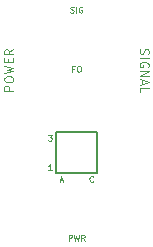
<source format=gbr>
%TF.GenerationSoftware,KiCad,Pcbnew,8.0.9-1.fc41*%
%TF.CreationDate,2025-03-19T11:39:36+02:00*%
%TF.ProjectId,Onsemi-3mm-TH-Con,4f6e7365-6d69-42d3-936d-6d2d54482d43,rev?*%
%TF.SameCoordinates,Original*%
%TF.FileFunction,Legend,Top*%
%TF.FilePolarity,Positive*%
%FSLAX46Y46*%
G04 Gerber Fmt 4.6, Leading zero omitted, Abs format (unit mm)*
G04 Created by KiCad (PCBNEW 8.0.9-1.fc41) date 2025-03-19 11:39:36*
%MOMM*%
%LPD*%
G01*
G04 APERTURE LIST*
%ADD10C,0.100000*%
%ADD11C,0.152400*%
G04 APERTURE END LIST*
D10*
X144641764Y-94732142D02*
X143891764Y-94732142D01*
X143891764Y-94732142D02*
X143891764Y-94446428D01*
X143891764Y-94446428D02*
X143927478Y-94374999D01*
X143927478Y-94374999D02*
X143963192Y-94339285D01*
X143963192Y-94339285D02*
X144034621Y-94303571D01*
X144034621Y-94303571D02*
X144141764Y-94303571D01*
X144141764Y-94303571D02*
X144213192Y-94339285D01*
X144213192Y-94339285D02*
X144248907Y-94374999D01*
X144248907Y-94374999D02*
X144284621Y-94446428D01*
X144284621Y-94446428D02*
X144284621Y-94732142D01*
X143891764Y-93839285D02*
X143891764Y-93696428D01*
X143891764Y-93696428D02*
X143927478Y-93624999D01*
X143927478Y-93624999D02*
X143998907Y-93553571D01*
X143998907Y-93553571D02*
X144141764Y-93517856D01*
X144141764Y-93517856D02*
X144391764Y-93517856D01*
X144391764Y-93517856D02*
X144534621Y-93553571D01*
X144534621Y-93553571D02*
X144606050Y-93624999D01*
X144606050Y-93624999D02*
X144641764Y-93696428D01*
X144641764Y-93696428D02*
X144641764Y-93839285D01*
X144641764Y-93839285D02*
X144606050Y-93910714D01*
X144606050Y-93910714D02*
X144534621Y-93982142D01*
X144534621Y-93982142D02*
X144391764Y-94017856D01*
X144391764Y-94017856D02*
X144141764Y-94017856D01*
X144141764Y-94017856D02*
X143998907Y-93982142D01*
X143998907Y-93982142D02*
X143927478Y-93910714D01*
X143927478Y-93910714D02*
X143891764Y-93839285D01*
X143891764Y-93267857D02*
X144641764Y-93089285D01*
X144641764Y-93089285D02*
X144106050Y-92946428D01*
X144106050Y-92946428D02*
X144641764Y-92803571D01*
X144641764Y-92803571D02*
X143891764Y-92625000D01*
X144248907Y-92339285D02*
X144248907Y-92089285D01*
X144641764Y-91982142D02*
X144641764Y-92339285D01*
X144641764Y-92339285D02*
X143891764Y-92339285D01*
X143891764Y-92339285D02*
X143891764Y-91982142D01*
X144641764Y-91232143D02*
X144284621Y-91482143D01*
X144641764Y-91660714D02*
X143891764Y-91660714D01*
X143891764Y-91660714D02*
X143891764Y-91375000D01*
X143891764Y-91375000D02*
X143927478Y-91303571D01*
X143927478Y-91303571D02*
X143963192Y-91267857D01*
X143963192Y-91267857D02*
X144034621Y-91232143D01*
X144034621Y-91232143D02*
X144141764Y-91232143D01*
X144141764Y-91232143D02*
X144213192Y-91267857D01*
X144213192Y-91267857D02*
X144248907Y-91303571D01*
X144248907Y-91303571D02*
X144284621Y-91375000D01*
X144284621Y-91375000D02*
X144284621Y-91660714D01*
X155393950Y-91214286D02*
X155358235Y-91321429D01*
X155358235Y-91321429D02*
X155358235Y-91500000D01*
X155358235Y-91500000D02*
X155393950Y-91571429D01*
X155393950Y-91571429D02*
X155429664Y-91607143D01*
X155429664Y-91607143D02*
X155501092Y-91642857D01*
X155501092Y-91642857D02*
X155572521Y-91642857D01*
X155572521Y-91642857D02*
X155643950Y-91607143D01*
X155643950Y-91607143D02*
X155679664Y-91571429D01*
X155679664Y-91571429D02*
X155715378Y-91500000D01*
X155715378Y-91500000D02*
X155751092Y-91357143D01*
X155751092Y-91357143D02*
X155786807Y-91285714D01*
X155786807Y-91285714D02*
X155822521Y-91250000D01*
X155822521Y-91250000D02*
X155893950Y-91214286D01*
X155893950Y-91214286D02*
X155965378Y-91214286D01*
X155965378Y-91214286D02*
X156036807Y-91250000D01*
X156036807Y-91250000D02*
X156072521Y-91285714D01*
X156072521Y-91285714D02*
X156108235Y-91357143D01*
X156108235Y-91357143D02*
X156108235Y-91535714D01*
X156108235Y-91535714D02*
X156072521Y-91642857D01*
X155358235Y-91964286D02*
X156108235Y-91964286D01*
X156072521Y-92714286D02*
X156108235Y-92642858D01*
X156108235Y-92642858D02*
X156108235Y-92535715D01*
X156108235Y-92535715D02*
X156072521Y-92428572D01*
X156072521Y-92428572D02*
X156001092Y-92357143D01*
X156001092Y-92357143D02*
X155929664Y-92321429D01*
X155929664Y-92321429D02*
X155786807Y-92285715D01*
X155786807Y-92285715D02*
X155679664Y-92285715D01*
X155679664Y-92285715D02*
X155536807Y-92321429D01*
X155536807Y-92321429D02*
X155465378Y-92357143D01*
X155465378Y-92357143D02*
X155393950Y-92428572D01*
X155393950Y-92428572D02*
X155358235Y-92535715D01*
X155358235Y-92535715D02*
X155358235Y-92607143D01*
X155358235Y-92607143D02*
X155393950Y-92714286D01*
X155393950Y-92714286D02*
X155429664Y-92750000D01*
X155429664Y-92750000D02*
X155679664Y-92750000D01*
X155679664Y-92750000D02*
X155679664Y-92607143D01*
X155358235Y-93071429D02*
X156108235Y-93071429D01*
X156108235Y-93071429D02*
X155358235Y-93500000D01*
X155358235Y-93500000D02*
X156108235Y-93500000D01*
X155572521Y-93821429D02*
X155572521Y-94178572D01*
X155358235Y-93750000D02*
X156108235Y-94000000D01*
X156108235Y-94000000D02*
X155358235Y-94250000D01*
X155358235Y-94857143D02*
X155358235Y-94500000D01*
X155358235Y-94500000D02*
X156108235Y-94500000D01*
X149488096Y-88102300D02*
X149559524Y-88126109D01*
X149559524Y-88126109D02*
X149678572Y-88126109D01*
X149678572Y-88126109D02*
X149726191Y-88102300D01*
X149726191Y-88102300D02*
X149750000Y-88078490D01*
X149750000Y-88078490D02*
X149773810Y-88030871D01*
X149773810Y-88030871D02*
X149773810Y-87983252D01*
X149773810Y-87983252D02*
X149750000Y-87935633D01*
X149750000Y-87935633D02*
X149726191Y-87911823D01*
X149726191Y-87911823D02*
X149678572Y-87888014D01*
X149678572Y-87888014D02*
X149583334Y-87864204D01*
X149583334Y-87864204D02*
X149535715Y-87840395D01*
X149535715Y-87840395D02*
X149511905Y-87816585D01*
X149511905Y-87816585D02*
X149488096Y-87768966D01*
X149488096Y-87768966D02*
X149488096Y-87721347D01*
X149488096Y-87721347D02*
X149511905Y-87673728D01*
X149511905Y-87673728D02*
X149535715Y-87649919D01*
X149535715Y-87649919D02*
X149583334Y-87626109D01*
X149583334Y-87626109D02*
X149702381Y-87626109D01*
X149702381Y-87626109D02*
X149773810Y-87649919D01*
X149988095Y-88126109D02*
X149988095Y-87626109D01*
X150488095Y-87649919D02*
X150440476Y-87626109D01*
X150440476Y-87626109D02*
X150369047Y-87626109D01*
X150369047Y-87626109D02*
X150297619Y-87649919D01*
X150297619Y-87649919D02*
X150250000Y-87697538D01*
X150250000Y-87697538D02*
X150226190Y-87745157D01*
X150226190Y-87745157D02*
X150202381Y-87840395D01*
X150202381Y-87840395D02*
X150202381Y-87911823D01*
X150202381Y-87911823D02*
X150226190Y-88007061D01*
X150226190Y-88007061D02*
X150250000Y-88054680D01*
X150250000Y-88054680D02*
X150297619Y-88102300D01*
X150297619Y-88102300D02*
X150369047Y-88126109D01*
X150369047Y-88126109D02*
X150416666Y-88126109D01*
X150416666Y-88126109D02*
X150488095Y-88102300D01*
X150488095Y-88102300D02*
X150511904Y-88078490D01*
X150511904Y-88078490D02*
X150511904Y-87911823D01*
X150511904Y-87911823D02*
X150416666Y-87911823D01*
X149809524Y-92864204D02*
X149642857Y-92864204D01*
X149642857Y-93126109D02*
X149642857Y-92626109D01*
X149642857Y-92626109D02*
X149880952Y-92626109D01*
X150166666Y-92626109D02*
X150261904Y-92626109D01*
X150261904Y-92626109D02*
X150309523Y-92649919D01*
X150309523Y-92649919D02*
X150357142Y-92697538D01*
X150357142Y-92697538D02*
X150380952Y-92792776D01*
X150380952Y-92792776D02*
X150380952Y-92959442D01*
X150380952Y-92959442D02*
X150357142Y-93054680D01*
X150357142Y-93054680D02*
X150309523Y-93102300D01*
X150309523Y-93102300D02*
X150261904Y-93126109D01*
X150261904Y-93126109D02*
X150166666Y-93126109D01*
X150166666Y-93126109D02*
X150119047Y-93102300D01*
X150119047Y-93102300D02*
X150071428Y-93054680D01*
X150071428Y-93054680D02*
X150047619Y-92959442D01*
X150047619Y-92959442D02*
X150047619Y-92792776D01*
X150047619Y-92792776D02*
X150071428Y-92697538D01*
X150071428Y-92697538D02*
X150119047Y-92649919D01*
X150119047Y-92649919D02*
X150166666Y-92626109D01*
X149333333Y-107426109D02*
X149333333Y-106926109D01*
X149333333Y-106926109D02*
X149523809Y-106926109D01*
X149523809Y-106926109D02*
X149571428Y-106949919D01*
X149571428Y-106949919D02*
X149595238Y-106973728D01*
X149595238Y-106973728D02*
X149619047Y-107021347D01*
X149619047Y-107021347D02*
X149619047Y-107092776D01*
X149619047Y-107092776D02*
X149595238Y-107140395D01*
X149595238Y-107140395D02*
X149571428Y-107164204D01*
X149571428Y-107164204D02*
X149523809Y-107188014D01*
X149523809Y-107188014D02*
X149333333Y-107188014D01*
X149785714Y-106926109D02*
X149904762Y-107426109D01*
X149904762Y-107426109D02*
X150000000Y-107068966D01*
X150000000Y-107068966D02*
X150095238Y-107426109D01*
X150095238Y-107426109D02*
X150214286Y-106926109D01*
X150690476Y-107426109D02*
X150523810Y-107188014D01*
X150404762Y-107426109D02*
X150404762Y-106926109D01*
X150404762Y-106926109D02*
X150595238Y-106926109D01*
X150595238Y-106926109D02*
X150642857Y-106949919D01*
X150642857Y-106949919D02*
X150666667Y-106973728D01*
X150666667Y-106973728D02*
X150690476Y-107021347D01*
X150690476Y-107021347D02*
X150690476Y-107092776D01*
X150690476Y-107092776D02*
X150666667Y-107140395D01*
X150666667Y-107140395D02*
X150642857Y-107164204D01*
X150642857Y-107164204D02*
X150595238Y-107188014D01*
X150595238Y-107188014D02*
X150404762Y-107188014D01*
X147598133Y-98466109D02*
X147907657Y-98466109D01*
X147907657Y-98466109D02*
X147740990Y-98656585D01*
X147740990Y-98656585D02*
X147812419Y-98656585D01*
X147812419Y-98656585D02*
X147860038Y-98680395D01*
X147860038Y-98680395D02*
X147883847Y-98704204D01*
X147883847Y-98704204D02*
X147907657Y-98751823D01*
X147907657Y-98751823D02*
X147907657Y-98870871D01*
X147907657Y-98870871D02*
X147883847Y-98918490D01*
X147883847Y-98918490D02*
X147860038Y-98942300D01*
X147860038Y-98942300D02*
X147812419Y-98966109D01*
X147812419Y-98966109D02*
X147669562Y-98966109D01*
X147669562Y-98966109D02*
X147621943Y-98942300D01*
X147621943Y-98942300D02*
X147598133Y-98918490D01*
X147907657Y-101486109D02*
X147621943Y-101486109D01*
X147764800Y-101486109D02*
X147764800Y-100986109D01*
X147764800Y-100986109D02*
X147717181Y-101057538D01*
X147717181Y-101057538D02*
X147669562Y-101105157D01*
X147669562Y-101105157D02*
X147621943Y-101128966D01*
X148620859Y-102318452D02*
X148858954Y-102318452D01*
X148573240Y-102461309D02*
X148739906Y-101961309D01*
X148739906Y-101961309D02*
X148906573Y-102461309D01*
X151414855Y-102413690D02*
X151391046Y-102437500D01*
X151391046Y-102437500D02*
X151319617Y-102461309D01*
X151319617Y-102461309D02*
X151271998Y-102461309D01*
X151271998Y-102461309D02*
X151200570Y-102437500D01*
X151200570Y-102437500D02*
X151152951Y-102389880D01*
X151152951Y-102389880D02*
X151129141Y-102342261D01*
X151129141Y-102342261D02*
X151105332Y-102247023D01*
X151105332Y-102247023D02*
X151105332Y-102175595D01*
X151105332Y-102175595D02*
X151129141Y-102080357D01*
X151129141Y-102080357D02*
X151152951Y-102032738D01*
X151152951Y-102032738D02*
X151200570Y-101985119D01*
X151200570Y-101985119D02*
X151271998Y-101961309D01*
X151271998Y-101961309D02*
X151319617Y-101961309D01*
X151319617Y-101961309D02*
X151391046Y-101985119D01*
X151391046Y-101985119D02*
X151414855Y-102008928D01*
D11*
%TO.C,D1*%
X148272800Y-98272800D02*
X148272800Y-101727200D01*
X148272800Y-101727200D02*
X151727200Y-101727200D01*
X151727200Y-98272800D02*
X148272800Y-98272800D01*
X151727200Y-101727200D02*
X151727200Y-98272800D01*
%TD*%
M02*

</source>
